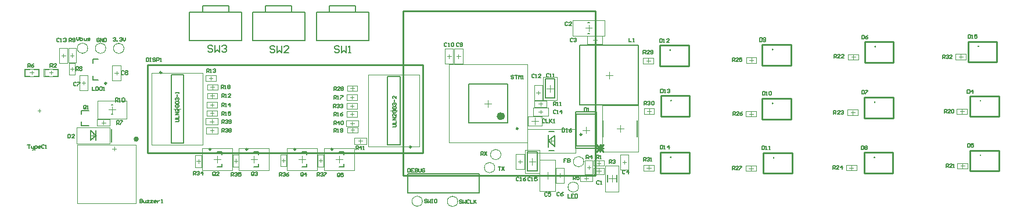
<source format=gto>
G04*
G04 #@! TF.GenerationSoftware,Altium Limited,CircuitMaker,2.2.1 (2.2.1.6)*
G04*
G04 Layer_Color=15132400*
%FSLAX24Y24*%
%MOIN*%
G70*
G04*
G04 #@! TF.SameCoordinates,07040E79-6860-4804-BF28-05383503267E*
G04*
G04*
G04 #@! TF.FilePolarity,Positive*
G04*
G01*
G75*
%ADD10C,0.0098*%
%ADD11C,0.0039*%
%ADD12C,0.0236*%
%ADD13C,0.0100*%
%ADD14C,0.0079*%
%ADD15C,0.0059*%
%ADD16C,0.0080*%
%ADD17C,0.0050*%
%ADD18C,0.0020*%
D10*
X34309Y3854D02*
G03*
X34309Y3854I-49J0D01*
G01*
X13957Y3637D02*
G03*
X13957Y3637I-49J0D01*
G01*
X29472Y4835D02*
G03*
X29472Y4835I-49J0D01*
G01*
X18844Y3634D02*
G03*
X18844Y3634I-49J0D01*
G01*
X16719Y3631D02*
G03*
X16719Y3631I-49J0D01*
G01*
X11854Y3633D02*
G03*
X11854Y3633I-49J0D01*
G01*
X23345Y3773D02*
G03*
X23345Y3773I-49J0D01*
G01*
X9026Y8057D02*
G03*
X9026Y8057I-49J0D01*
G01*
X33135Y4495D02*
G03*
X33135Y4495I-49J0D01*
G01*
X5864Y7437D02*
G03*
X5864Y7437I-49J0D01*
G01*
D11*
X26021Y640D02*
G03*
X26021Y640I-301J0D01*
G01*
X33257Y2925D02*
G03*
X33257Y2925I-301J0D01*
G01*
X5824Y9449D02*
G03*
X5824Y9449I-301J0D01*
G01*
X30820Y5458D02*
G03*
X30820Y5458I-20J0D01*
G01*
X6865Y9444D02*
G03*
X6865Y9444I-301J0D01*
G01*
X4786Y9454D02*
G03*
X4786Y9454I-301J0D01*
G01*
X28150Y2582D02*
G03*
X28150Y2582I-301J0D01*
G01*
X28500Y3332D02*
G03*
X28500Y3332I-301J0D01*
G01*
X32947Y1465D02*
G03*
X32947Y1465I-301J0D01*
G01*
X23994Y649D02*
G03*
X23994Y649I-301J0D01*
G01*
X1199Y7878D02*
Y8232D01*
X1455D01*
X1199Y7878D02*
X1455D01*
X1947D02*
Y8232D01*
X1691D02*
X1947D01*
X1691Y7878D02*
X1947D01*
X3050D02*
Y8232D01*
X2794Y7878D02*
X3050D01*
X2794Y8232D02*
X3050D01*
X2302Y7878D02*
Y8232D01*
Y7878D02*
X2558D01*
X2302Y8232D02*
X2558D01*
X4197Y1526D02*
Y2904D01*
X5181Y542D02*
X6559D01*
X7544Y1526D02*
Y2904D01*
X5181Y3888D02*
X6559D01*
X6304Y3553D02*
Y3790D01*
X6185Y3672D02*
X6422D01*
X4197Y3888D02*
X7544D01*
Y542D02*
Y3888D01*
X4197Y542D02*
X7544D01*
X4197D02*
Y3888D01*
X26015Y640D02*
G03*
X26015Y640I-295J0D01*
G01*
X33251Y2925D02*
G03*
X33251Y2925I-295J0D01*
G01*
X5818Y9449D02*
G03*
X5818Y9449I-295J0D01*
G01*
X6859Y9444D02*
G03*
X6859Y9444I-295J0D01*
G01*
X4780Y9454D02*
G03*
X4780Y9454I-295J0D01*
G01*
X28144Y2582D02*
G03*
X28144Y2582I-295J0D01*
G01*
X28494Y3332D02*
G03*
X28494Y3332I-295J0D01*
G01*
X32941Y1465D02*
G03*
X32941Y1465I-295J0D01*
G01*
X23988Y649D02*
G03*
X23988Y649I-295J0D01*
G01*
X4542Y7346D02*
Y7563D01*
X4434Y7455D02*
X4651D01*
X35147Y4818D02*
X35541D01*
X35344Y4621D02*
Y5015D01*
X19835Y6135D02*
X20051D01*
X19943Y6027D02*
Y6243D01*
X5983Y5913D02*
X6377D01*
X6180Y5717D02*
Y6110D01*
X14134Y3066D02*
X14528D01*
X14331Y2869D02*
Y3263D01*
X23154Y1127D02*
X27249D01*
Y2229D01*
X23154D02*
X27249D01*
X23154Y1127D02*
Y2229D01*
X27562Y6272D02*
X27956D01*
X27759Y6075D02*
Y6469D01*
X1573Y7947D02*
Y8163D01*
X1465Y8055D02*
X1681D01*
X2676Y7947D02*
Y8163D01*
X2567Y8055D02*
X2784D01*
X19965Y5027D02*
Y5243D01*
X19857Y5135D02*
X20074D01*
X20426Y4012D02*
Y4228D01*
X20317Y4120D02*
X20534D01*
X18047Y2987D02*
X18264D01*
X18155Y2879D02*
Y3095D01*
X15908Y3001D02*
X16125D01*
X16017Y2893D02*
Y3109D01*
X13173Y2978D02*
X13390D01*
X13281Y2870D02*
Y3087D01*
X11029Y2946D02*
X11246D01*
X11138Y2838D02*
Y3054D01*
X19218Y2866D02*
Y3260D01*
X19021Y3063D02*
X19414D01*
X17093Y2863D02*
Y3257D01*
X16897Y3060D02*
X17290D01*
X12228Y2865D02*
Y3259D01*
X12032Y3062D02*
X12425D01*
X11904Y5137D02*
Y5353D01*
X11796Y5245D02*
X12012D01*
X11909Y4612D02*
Y4829D01*
X11801Y4720D02*
X12017D01*
X22351Y5661D02*
Y6055D01*
X22154Y5858D02*
X22548D01*
X20874Y7925D02*
X23827D01*
X20874Y3791D02*
X23827D01*
X20874D02*
Y7925D01*
X23827Y3791D02*
Y7925D01*
X9922Y5775D02*
Y6169D01*
X9725Y5972D02*
X10119D01*
X8445Y3905D02*
X11398D01*
X8445Y8039D02*
X11398D01*
Y3905D02*
Y8039D01*
X8445Y3905D02*
Y8039D01*
X29492Y2925D02*
X29709D01*
X29600Y2816D02*
Y3033D01*
X30300Y2738D02*
Y3131D01*
X30104Y2935D02*
X30497D01*
X31876Y2037D02*
Y2253D01*
X31767Y2145D02*
X31984D01*
X30979Y2125D02*
X31373D01*
X31176Y1928D02*
Y2322D01*
X33278Y1975D02*
X33514D01*
X33396Y1857D02*
Y2093D01*
X33988Y2385D02*
X34244D01*
X34116Y2257D02*
Y2513D01*
X36983Y2452D02*
Y2688D01*
X36865Y2570D02*
X37101D01*
X33546Y2487D02*
Y2703D01*
X33437Y2595D02*
X33654D01*
X34007Y2845D02*
X34224D01*
X34116Y2737D02*
Y2953D01*
X34870Y1754D02*
Y2148D01*
X34673Y1951D02*
X35067D01*
X35576Y2786D02*
Y3002D01*
X35467Y2894D02*
X35684D01*
X33189Y4745D02*
X33583D01*
X33386Y4548D02*
Y4942D01*
X33536Y10418D02*
Y10812D01*
X33339Y10615D02*
X33733D01*
X37001Y5712D02*
Y5948D01*
X36883Y5830D02*
X37119D01*
X36956Y8617D02*
Y8853D01*
X36838Y8735D02*
X37074D01*
X42871Y8652D02*
Y8888D01*
X42753Y8770D02*
X42989D01*
X42849Y2426D02*
Y2662D01*
X42731Y2544D02*
X42967D01*
X42735Y5675D02*
X42972D01*
X42853Y5557D02*
Y5793D01*
X48690Y5642D02*
Y5878D01*
X48572Y5760D02*
X48809D01*
X48728Y8837D02*
Y9073D01*
X48610Y8955D02*
X48846D01*
X48606Y2457D02*
Y2693D01*
X48488Y2575D02*
X48724D01*
X54878Y2685D02*
X55114D01*
X54996Y2567D02*
Y2803D01*
X54835Y5815D02*
X55072D01*
X54953Y5697D02*
Y5933D01*
X54893Y8847D02*
Y9083D01*
X54775Y8965D02*
X55012D01*
X33791Y9923D02*
X34007D01*
X33899Y9815D02*
Y10032D01*
X34509Y7905D02*
X34903D01*
X34706Y7708D02*
Y8102D01*
X26066Y8877D02*
Y9093D01*
X25957Y8985D02*
X26174D01*
X11823Y6713D02*
X12040D01*
X11932Y6605D02*
Y6822D01*
X11832Y7213D02*
X12049D01*
X11940Y7105D02*
Y7322D01*
X11810Y5715D02*
X12026D01*
X11918Y5607D02*
Y5823D01*
X11812Y6203D02*
X12029D01*
X11921Y6094D02*
Y6311D01*
X11748Y7734D02*
X11964D01*
X11856Y7625D02*
Y7842D01*
X30259Y5252D02*
X30653D01*
X30456Y5055D02*
Y5448D01*
X19847Y6625D02*
X20063D01*
X19955Y6517D02*
Y6733D01*
X19845Y5665D02*
X20062D01*
X19953Y5557D02*
Y5773D01*
X5570Y5175D02*
X5806D01*
X5688Y5057D02*
Y5293D01*
X3886Y8930D02*
Y9146D01*
X3777Y9038D02*
X3994D01*
X30769Y6144D02*
Y6361D01*
X30661Y6252D02*
X30877D01*
X3778Y8265D02*
X3994D01*
X3886Y8157D02*
Y8373D01*
X19859Y7149D02*
X20076D01*
X19968Y7040D02*
Y7257D01*
X30531Y6902D02*
X30747D01*
X30639Y6794D02*
Y7011D01*
X6326Y8027D02*
X6542D01*
X6434Y7918D02*
Y8135D01*
X3396Y8927D02*
Y9143D01*
X3287Y9035D02*
X3504D01*
X31319Y6941D02*
Y7335D01*
X31122Y7138D02*
X31516D01*
X19877Y4750D02*
X20094D01*
X19985Y4642D02*
Y4858D01*
X25417Y8986D02*
X25634D01*
X25526Y8878D02*
Y9094D01*
X30768Y5694D02*
Y5911D01*
X30660Y5802D02*
X30876D01*
X5100Y4228D02*
Y4622D01*
X4904Y4425D02*
X5297D01*
D12*
X28606Y5544D02*
G03*
X28606Y5544I-118J0D01*
G01*
D13*
X38243Y3180D02*
G03*
X38243Y3180I-4J0D01*
G01*
X38213Y9350D02*
G03*
X38213Y9350I-4J0D01*
G01*
X44155Y3155D02*
G03*
X44155Y3155I-4J0D01*
G01*
X44093Y6280D02*
G03*
X44093Y6280I-4J0D01*
G01*
Y9380D02*
G03*
X44093Y9380I-4J0D01*
G01*
X38263Y6440D02*
G03*
X38263Y6440I-4J0D01*
G01*
X55903Y9560D02*
G03*
X55903Y9560I-4J0D01*
G01*
X49935Y3175D02*
G03*
X49935Y3175I-4J0D01*
G01*
X56023Y3290D02*
G03*
X56023Y3290I-4J0D01*
G01*
X49953Y6340D02*
G03*
X49953Y6340I-4J0D01*
G01*
X49973Y9540D02*
G03*
X49973Y9540I-4J0D01*
G01*
X56023Y6430D02*
G03*
X56023Y6430I-4J0D01*
G01*
X7662Y4223D02*
G03*
X7662Y4223I-98J0D01*
G01*
X7603D02*
G03*
X7603Y4223I-39J0D01*
G01*
X8202Y3445D02*
X24029D01*
X8202D02*
Y8485D01*
X24029D01*
Y3445D02*
Y8485D01*
X37649Y2274D02*
Y3455D01*
Y2274D02*
X39303D01*
Y3455D01*
X37649D02*
X39303D01*
X37619Y8444D02*
Y9625D01*
Y8444D02*
X39273D01*
Y9625D01*
X37619D02*
X39273D01*
X43560Y2249D02*
Y3430D01*
Y2249D02*
X45214D01*
Y3430D01*
X43560D02*
X45214D01*
X43499Y6555D02*
X45153D01*
Y5374D02*
Y6555D01*
X43499Y5374D02*
X45153D01*
X43499D02*
Y6555D01*
Y8474D02*
Y9655D01*
Y8474D02*
X45153D01*
Y9655D01*
X43499D02*
X45153D01*
X37669Y6715D02*
X39323D01*
Y5534D02*
Y6715D01*
X37669Y5534D02*
X39323D01*
X37669D02*
Y6715D01*
X55309Y8654D02*
Y9835D01*
Y8654D02*
X56963D01*
Y9835D01*
X55309D02*
X56963D01*
X49340Y2269D02*
Y3450D01*
Y2269D02*
X50994D01*
Y3450D01*
X49340D02*
X50994D01*
X55429Y2384D02*
Y3565D01*
Y2384D02*
X57083D01*
Y3565D01*
X55429D02*
X57083D01*
X49359Y6615D02*
X51013D01*
Y5434D02*
Y6615D01*
X49359Y5434D02*
X51013D01*
X49359D02*
Y6615D01*
X49379Y8634D02*
Y9815D01*
Y8634D02*
X51033D01*
Y9815D01*
X49379D02*
X51033D01*
X55429Y6705D02*
X57083D01*
Y5524D02*
Y6705D01*
X55429Y5524D02*
X57083D01*
X55429D02*
Y6705D01*
X33971Y3486D02*
X34371Y3886D01*
Y3486D02*
X33971Y3886D01*
X34171Y3486D02*
Y3886D01*
X34371Y3686D02*
X33971D01*
X22887Y11584D02*
X33911D01*
Y2135D02*
Y11584D01*
X22887Y2135D02*
X33911D01*
X22887D02*
Y11584D01*
D14*
X36329Y4346D02*
Y5291D01*
X34360Y4346D02*
Y5291D01*
X6141Y6179D02*
X6219D01*
X6141Y5648D02*
X6219D01*
X14321Y3499D02*
X14596D01*
Y3322D02*
Y3499D01*
X14321Y2633D02*
X14596D01*
Y2810D01*
X23154Y2229D02*
X27249D01*
Y1127D02*
Y2229D01*
X23154Y1127D02*
Y2229D01*
Y1127D02*
X27249D01*
X28881Y5150D02*
Y7394D01*
X26637Y5150D02*
Y7394D01*
Y5150D02*
X28881D01*
X26637Y7394D02*
X28881D01*
X19483Y2630D02*
Y2807D01*
X19208Y2630D02*
X19483D01*
Y3319D02*
Y3496D01*
X19208D02*
X19483D01*
X17359Y2627D02*
Y2804D01*
X17084Y2627D02*
X17359D01*
Y3316D02*
Y3493D01*
X17084D02*
X17359D01*
X12494Y2629D02*
Y2806D01*
X12219Y2629D02*
X12494D01*
Y3318D02*
Y3495D01*
X12219D02*
X12494D01*
X21997Y7827D02*
X22705D01*
X21997Y3890D02*
X22705D01*
X21997D02*
Y7827D01*
X22705Y3890D02*
Y7827D01*
X9567Y4004D02*
X10276D01*
X9567Y7941D02*
X10276D01*
Y4004D02*
Y7941D01*
X9567Y4004D02*
Y7941D01*
X31201Y4113D02*
X31595Y4428D01*
X31201Y4113D02*
X31595Y3798D01*
Y4428D01*
X31201Y3759D02*
Y4467D01*
X31241Y4664D02*
X31556D01*
X31241Y3562D02*
X31556D01*
X30861Y2086D02*
Y2164D01*
X31491Y2086D02*
Y2164D01*
X34604Y1754D02*
Y2148D01*
X35136Y1754D02*
Y2148D01*
X32811Y3839D02*
X32903D01*
X33868D02*
X33961D01*
Y5650D01*
X32811D02*
X32903D01*
X33868D02*
X33961D01*
X32811Y3839D02*
Y5650D01*
X33496Y10930D02*
X33575D01*
X33496Y10300D02*
X33575D01*
X6150Y4075D02*
Y4784D01*
X5258Y4149D02*
Y4740D01*
X4943D02*
X5258Y4425D01*
X4943Y4149D02*
X5258Y4425D01*
X4943Y4149D02*
Y4740D01*
X5087Y7614D02*
X5387D01*
X5087D02*
Y7870D01*
Y8835D02*
X5387D01*
X5087Y8579D02*
Y8835D01*
X32772Y3695D02*
X34000D01*
Y5795D01*
X32772D02*
X34000D01*
X32772Y3695D02*
Y5795D01*
D15*
X30576Y2385D02*
Y3485D01*
X30025Y2385D02*
X30576D01*
X30025D02*
Y3485D01*
X30576D01*
X4425Y5002D02*
X4858D01*
X4425D02*
Y5218D01*
X4425Y5651D02*
Y5868D01*
X4858D01*
X31044Y6588D02*
Y7688D01*
X31595D01*
Y6588D02*
Y7688D01*
X31044Y6588D02*
X31595D01*
X30576Y2385D02*
Y3485D01*
X30025Y2385D02*
X30576D01*
X30025D02*
Y3485D01*
X30576D01*
X31044Y6588D02*
Y7688D01*
X31595D01*
Y6588D02*
Y7688D01*
X31044Y6588D02*
X31595D01*
X32811Y3839D02*
X33961D01*
Y5650D01*
X32811D02*
X33961D01*
X32811Y3839D02*
Y5650D01*
D16*
X11376Y11535D02*
Y11885D01*
X12876D01*
Y11585D02*
Y11885D01*
X10626Y11535D02*
X13626D01*
X10626Y9885D02*
Y11535D01*
Y9885D02*
X13626D01*
Y11535D01*
X14986D02*
Y11885D01*
X16486D01*
Y11585D02*
Y11885D01*
X14236Y11535D02*
X17236D01*
X14236Y9885D02*
Y11535D01*
Y9885D02*
X17236D01*
Y11535D01*
X18666Y11545D02*
Y11895D01*
X20166D01*
Y11595D02*
Y11895D01*
X17916Y11545D02*
X20916D01*
X17916Y9895D02*
Y11545D01*
Y9895D02*
X20916D01*
Y11545D01*
D17*
X18895Y6027D02*
Y6226D01*
X18995D01*
X19028Y6193D01*
Y6127D01*
X18995Y6093D01*
X18895D01*
X18961D02*
X19028Y6027D01*
X19095Y6193D02*
X19128Y6226D01*
X19195D01*
X19228Y6193D01*
Y6160D01*
X19195Y6127D01*
X19161D01*
X19195D01*
X19228Y6093D01*
Y6060D01*
X19195Y6027D01*
X19128D01*
X19095Y6060D01*
X19295Y6193D02*
X19328Y6226D01*
X19395D01*
X19428Y6193D01*
Y6160D01*
X19395Y6127D01*
X19361D01*
X19395D01*
X19428Y6093D01*
Y6060D01*
X19395Y6027D01*
X19328D01*
X19295Y6060D01*
X20184Y3624D02*
Y3830D01*
X20287D01*
X20321Y3796D01*
Y3727D01*
X20287Y3693D01*
X20184D01*
X20252D02*
X20321Y3624D01*
X20493D02*
Y3830D01*
X20390Y3727D01*
X20527D01*
X20596Y3624D02*
X20665D01*
X20630D01*
Y3830D01*
X20596Y3796D01*
X18904Y5051D02*
Y5258D01*
X19007D01*
X19042Y5223D01*
Y5155D01*
X19007Y5120D01*
X18904D01*
X18973D02*
X19042Y5051D01*
X19214D02*
Y5258D01*
X19110Y5155D01*
X19248D01*
X19317Y5223D02*
X19351Y5258D01*
X19420D01*
X19454Y5223D01*
Y5086D01*
X19420Y5051D01*
X19351D01*
X19317Y5086D01*
Y5223D01*
X12467Y5123D02*
Y5329D01*
X12570D01*
X12605Y5295D01*
Y5226D01*
X12570Y5192D01*
X12467D01*
X12536D02*
X12605Y5123D01*
X12673Y5295D02*
X12708Y5329D01*
X12776D01*
X12811Y5295D01*
Y5261D01*
X12776Y5226D01*
X12742D01*
X12776D01*
X12811Y5192D01*
Y5158D01*
X12776Y5123D01*
X12708D01*
X12673Y5158D01*
X12880D02*
X12914Y5123D01*
X12983D01*
X13017Y5158D01*
Y5295D01*
X12983Y5329D01*
X12914D01*
X12880Y5295D01*
Y5261D01*
X12914Y5226D01*
X13017D01*
X12470Y4620D02*
Y4827D01*
X12573D01*
X12608Y4792D01*
Y4723D01*
X12573Y4689D01*
X12470D01*
X12539D02*
X12608Y4620D01*
X12676Y4792D02*
X12711Y4827D01*
X12779D01*
X12814Y4792D01*
Y4758D01*
X12779Y4723D01*
X12745D01*
X12779D01*
X12814Y4689D01*
Y4655D01*
X12779Y4620D01*
X12711D01*
X12676Y4655D01*
X12883Y4792D02*
X12917Y4827D01*
X12986D01*
X13020Y4792D01*
Y4758D01*
X12986Y4723D01*
X13020Y4689D01*
Y4655D01*
X12986Y4620D01*
X12917D01*
X12883Y4655D01*
Y4689D01*
X12917Y4723D01*
X12883Y4758D01*
Y4792D01*
X12917Y4723D02*
X12986D01*
X17937Y2080D02*
Y2286D01*
X18040D01*
X18074Y2252D01*
Y2183D01*
X18040Y2149D01*
X17937D01*
X18005D02*
X18074Y2080D01*
X18143Y2252D02*
X18177Y2286D01*
X18246D01*
X18280Y2252D01*
Y2217D01*
X18246Y2183D01*
X18212D01*
X18246D01*
X18280Y2149D01*
Y2114D01*
X18246Y2080D01*
X18177D01*
X18143Y2114D01*
X18349Y2286D02*
X18487D01*
Y2252D01*
X18349Y2114D01*
Y2080D01*
X15768D02*
Y2286D01*
X15871D01*
X15906Y2252D01*
Y2183D01*
X15871Y2149D01*
X15768D01*
X15837D02*
X15906Y2080D01*
X15975Y2252D02*
X16009Y2286D01*
X16078D01*
X16112Y2252D01*
Y2217D01*
X16078Y2183D01*
X16043D01*
X16078D01*
X16112Y2149D01*
Y2114D01*
X16078Y2080D01*
X16009D01*
X15975Y2114D01*
X16318Y2286D02*
X16250Y2252D01*
X16181Y2183D01*
Y2114D01*
X16215Y2080D01*
X16284D01*
X16318Y2114D01*
Y2149D01*
X16284Y2183D01*
X16181D01*
X13019Y2094D02*
Y2300D01*
X13122D01*
X13157Y2266D01*
Y2197D01*
X13122Y2162D01*
X13019D01*
X13088D02*
X13157Y2094D01*
X13226Y2266D02*
X13260Y2300D01*
X13329D01*
X13363Y2266D01*
Y2231D01*
X13329Y2197D01*
X13294D01*
X13329D01*
X13363Y2162D01*
Y2128D01*
X13329Y2094D01*
X13260D01*
X13226Y2128D01*
X13569Y2300D02*
X13432D01*
Y2197D01*
X13501Y2231D01*
X13535D01*
X13569Y2197D01*
Y2128D01*
X13535Y2094D01*
X13466D01*
X13432Y2128D01*
X10856Y2157D02*
Y2363D01*
X10959D01*
X10993Y2329D01*
Y2260D01*
X10959Y2225D01*
X10856D01*
X10925D02*
X10993Y2157D01*
X11062Y2329D02*
X11097Y2363D01*
X11165D01*
X11200Y2329D01*
Y2294D01*
X11165Y2260D01*
X11131D01*
X11165D01*
X11200Y2225D01*
Y2191D01*
X11165Y2157D01*
X11097D01*
X11062Y2191D01*
X11372Y2157D02*
Y2363D01*
X11268Y2260D01*
X11406D01*
X19250Y2101D02*
Y2238D01*
X19216Y2272D01*
X19147D01*
X19113Y2238D01*
Y2101D01*
X19147Y2066D01*
X19216D01*
X19181Y2135D02*
X19250Y2066D01*
X19216D02*
X19250Y2101D01*
X19456Y2272D02*
X19319D01*
Y2169D01*
X19388Y2204D01*
X19422D01*
X19456Y2169D01*
Y2101D01*
X19422Y2066D01*
X19353D01*
X19319Y2101D01*
X17153Y2140D02*
Y2277D01*
X17118Y2312D01*
X17050D01*
X17015Y2277D01*
Y2140D01*
X17050Y2106D01*
X17118D01*
X17084Y2174D02*
X17153Y2106D01*
X17118D02*
X17153Y2140D01*
X17325Y2106D02*
Y2312D01*
X17221Y2209D01*
X17359D01*
X14316Y2160D02*
Y2297D01*
X14282Y2331D01*
X14213D01*
X14179Y2297D01*
Y2160D01*
X14213Y2125D01*
X14282D01*
X14247Y2194D02*
X14316Y2125D01*
X14282D02*
X14316Y2160D01*
X14385Y2297D02*
X14419Y2331D01*
X14488D01*
X14522Y2297D01*
Y2263D01*
X14488Y2228D01*
X14454D01*
X14488D01*
X14522Y2194D01*
Y2160D01*
X14488Y2125D01*
X14419D01*
X14385Y2160D01*
X12101Y2150D02*
Y2287D01*
X12067Y2322D01*
X11998D01*
X11964Y2287D01*
Y2150D01*
X11998Y2115D01*
X12067D01*
X12033Y2184D02*
X12101Y2115D01*
X12067D02*
X12101Y2150D01*
X12308Y2115D02*
X12170D01*
X12308Y2253D01*
Y2287D01*
X12273Y2322D01*
X12205D01*
X12170Y2287D01*
X8149Y8901D02*
Y8695D01*
X8252D01*
X8287Y8729D01*
Y8867D01*
X8252Y8901D01*
X8149D01*
X8355D02*
X8424D01*
X8390D01*
Y8695D01*
X8355D01*
X8424D01*
X8665Y8867D02*
X8630Y8901D01*
X8562D01*
X8527Y8867D01*
Y8833D01*
X8562Y8798D01*
X8630D01*
X8665Y8764D01*
Y8729D01*
X8630Y8695D01*
X8562D01*
X8527Y8729D01*
X8733Y8695D02*
Y8901D01*
X8837D01*
X8871Y8867D01*
Y8798D01*
X8837Y8764D01*
X8733D01*
X8940Y8695D02*
X9008D01*
X8974D01*
Y8901D01*
X8940Y8867D01*
X23159Y2526D02*
Y2320D01*
X23262D01*
X23297Y2354D01*
Y2492D01*
X23262Y2526D01*
X23159D01*
X23503D02*
X23365D01*
Y2320D01*
X23503D01*
X23365Y2423D02*
X23434D01*
X23571Y2526D02*
Y2320D01*
X23675D01*
X23709Y2354D01*
Y2389D01*
X23675Y2423D01*
X23571D01*
X23675D01*
X23709Y2457D01*
Y2492D01*
X23675Y2526D01*
X23571D01*
X23778D02*
Y2354D01*
X23812Y2320D01*
X23881D01*
X23915Y2354D01*
Y2526D01*
X24121Y2492D02*
X24087Y2526D01*
X24018D01*
X23984Y2492D01*
Y2354D01*
X24018Y2320D01*
X24087D01*
X24121Y2354D01*
Y2423D01*
X24053D01*
X22267Y4920D02*
X22439D01*
X22474Y4955D01*
Y5023D01*
X22439Y5058D01*
X22267D01*
Y5126D02*
X22474D01*
Y5264D01*
Y5333D02*
X22267D01*
X22474Y5470D01*
X22267D01*
X22474Y5676D02*
Y5539D01*
X22336Y5676D01*
X22302D01*
X22267Y5642D01*
Y5573D01*
X22302Y5539D01*
Y5745D02*
X22267Y5779D01*
Y5848D01*
X22302Y5883D01*
X22439D01*
X22474Y5848D01*
Y5779D01*
X22439Y5745D01*
X22302D01*
Y5951D02*
X22267Y5986D01*
Y6054D01*
X22302Y6089D01*
X22439D01*
X22474Y6054D01*
Y5986D01*
X22439Y5951D01*
X22302D01*
Y6158D02*
X22267Y6192D01*
Y6261D01*
X22302Y6295D01*
X22336D01*
X22371Y6261D01*
Y6226D01*
Y6261D01*
X22405Y6295D01*
X22439D01*
X22474Y6261D01*
Y6192D01*
X22439Y6158D01*
X22371Y6364D02*
Y6501D01*
X22474Y6707D02*
Y6570D01*
X22336Y6707D01*
X22302D01*
X22267Y6673D01*
Y6604D01*
X22302Y6570D01*
X9822Y5222D02*
X9993D01*
X10028Y5257D01*
Y5325D01*
X9993Y5360D01*
X9822D01*
Y5428D02*
X10028D01*
Y5566D01*
Y5635D02*
X9822D01*
X10028Y5772D01*
X9822D01*
X10028Y5978D02*
Y5841D01*
X9890Y5978D01*
X9856D01*
X9822Y5944D01*
Y5875D01*
X9856Y5841D01*
Y6047D02*
X9822Y6082D01*
Y6150D01*
X9856Y6185D01*
X9993D01*
X10028Y6150D01*
Y6082D01*
X9993Y6047D01*
X9856D01*
Y6253D02*
X9822Y6288D01*
Y6357D01*
X9856Y6391D01*
X9993D01*
X10028Y6357D01*
Y6288D01*
X9993Y6253D01*
X9856D01*
Y6460D02*
X9822Y6494D01*
Y6563D01*
X9856Y6597D01*
X9890D01*
X9925Y6563D01*
Y6528D01*
Y6563D01*
X9959Y6597D01*
X9993D01*
X10028Y6563D01*
Y6494D01*
X9993Y6460D01*
X9925Y6666D02*
Y6803D01*
X10028Y6872D02*
Y6941D01*
Y6906D01*
X9822D01*
X9856Y6872D01*
X32028Y4846D02*
Y4640D01*
X32131D01*
X32165Y4674D01*
Y4812D01*
X32131Y4846D01*
X32028D01*
X32234Y4640D02*
X32303D01*
X32268D01*
Y4846D01*
X32234Y4812D01*
X32543Y4846D02*
X32474Y4812D01*
X32406Y4743D01*
Y4674D01*
X32440Y4640D01*
X32509D01*
X32543Y4674D01*
Y4709D01*
X32509Y4743D01*
X32406D01*
X29531Y2008D02*
X29497Y2042D01*
X29428D01*
X29394Y2008D01*
Y1870D01*
X29428Y1836D01*
X29497D01*
X29531Y1870D01*
X29600Y1836D02*
X29669D01*
X29634D01*
Y2042D01*
X29600Y2008D01*
X29909Y2042D02*
X29841Y2008D01*
X29772Y1939D01*
Y1870D01*
X29806Y1836D01*
X29875D01*
X29909Y1870D01*
Y1905D01*
X29875Y1939D01*
X29772D01*
X30189Y2008D02*
X30154Y2042D01*
X30086D01*
X30051Y2008D01*
Y1870D01*
X30086Y1836D01*
X30154D01*
X30189Y1870D01*
X30257Y1836D02*
X30326D01*
X30292D01*
Y2042D01*
X30257Y2008D01*
X30567Y2042D02*
X30429D01*
Y1939D01*
X30498Y1973D01*
X30532D01*
X30567Y1939D01*
Y1870D01*
X30532Y1836D01*
X30464D01*
X30429Y1870D01*
X5445Y10008D02*
X5411Y10042D01*
X5342D01*
X5308Y10008D01*
Y9870D01*
X5342Y9836D01*
X5411D01*
X5445Y9870D01*
Y9939D01*
X5376D01*
X5514Y9836D02*
Y10042D01*
X5651Y9836D01*
Y10042D01*
X5720D02*
Y9836D01*
X5823D01*
X5858Y9870D01*
Y10008D01*
X5823Y10042D01*
X5720D01*
X55301Y10226D02*
Y10020D01*
X55404D01*
X55438Y10054D01*
Y10192D01*
X55404Y10226D01*
X55301D01*
X55507Y10020D02*
X55576D01*
X55541D01*
Y10226D01*
X55507Y10192D01*
X55816Y10226D02*
X55679D01*
Y10123D01*
X55748Y10157D01*
X55782D01*
X55816Y10123D01*
Y10054D01*
X55782Y10020D01*
X55713D01*
X55679Y10054D01*
X31023Y5345D02*
X30988Y5380D01*
X30919D01*
X30885Y5345D01*
Y5208D01*
X30919Y5173D01*
X30988D01*
X31023Y5208D01*
X31091Y5380D02*
Y5173D01*
X31229D01*
X31298Y5380D02*
Y5173D01*
Y5242D01*
X31435Y5380D01*
X31332Y5276D01*
X31435Y5173D01*
X31504D02*
X31573D01*
X31538D01*
Y5380D01*
X31504Y5345D01*
X31653Y5872D02*
X31619Y5906D01*
X31550D01*
X31516Y5872D01*
Y5734D01*
X31550Y5700D01*
X31619D01*
X31653Y5734D01*
X31722Y5700D02*
X31791D01*
X31756D01*
Y5906D01*
X31722Y5872D01*
X31997Y5700D02*
Y5906D01*
X31894Y5803D01*
X32031D01*
X34708Y2828D02*
Y3034D01*
X34811D01*
X34846Y3000D01*
Y2931D01*
X34811Y2896D01*
X34708D01*
X34777D02*
X34846Y2828D01*
X34914Y3000D02*
X34949Y3034D01*
X35018D01*
X35052Y3000D01*
Y2965D01*
X35018Y2931D01*
X34983D01*
X35018D01*
X35052Y2896D01*
Y2862D01*
X35018Y2828D01*
X34949D01*
X34914Y2862D01*
X33971Y3102D02*
Y3308D01*
X34075D01*
X34109Y3274D01*
Y3205D01*
X34075Y3171D01*
X33971D01*
X34040D02*
X34109Y3102D01*
X34178D02*
X34246D01*
X34212D01*
Y3308D01*
X34178Y3274D01*
X53856Y8865D02*
Y9065D01*
X53956D01*
X53989Y9032D01*
Y8965D01*
X53956Y8932D01*
X53856D01*
X53923D02*
X53989Y8865D01*
X54056Y9032D02*
X54089Y9065D01*
X54156D01*
X54189Y9032D01*
Y8998D01*
X54156Y8965D01*
X54123D01*
X54156D01*
X54189Y8932D01*
Y8898D01*
X54156Y8865D01*
X54089D01*
X54056Y8898D01*
X54389Y8865D02*
X54256D01*
X54389Y8998D01*
Y9032D01*
X54356Y9065D01*
X54289D01*
X54256Y9032D01*
X36684Y2947D02*
Y3153D01*
X36787D01*
X36821Y3119D01*
Y3050D01*
X36787Y3016D01*
X36684D01*
X36752D02*
X36821Y2947D01*
X36890Y3119D02*
X36924Y3153D01*
X36993D01*
X37027Y3119D01*
Y3085D01*
X36993Y3050D01*
X36959D01*
X36993D01*
X37027Y3016D01*
Y2981D01*
X36993Y2947D01*
X36924D01*
X36890Y2981D01*
X37096Y2947D02*
X37165D01*
X37130D01*
Y3153D01*
X37096Y3119D01*
X36722Y6186D02*
Y6392D01*
X36825D01*
X36860Y6358D01*
Y6289D01*
X36825Y6255D01*
X36722D01*
X36791D02*
X36860Y6186D01*
X36928Y6358D02*
X36963Y6392D01*
X37031D01*
X37066Y6358D01*
Y6324D01*
X37031Y6289D01*
X36997D01*
X37031D01*
X37066Y6255D01*
Y6221D01*
X37031Y6186D01*
X36963D01*
X36928Y6221D01*
X37135Y6358D02*
X37169Y6392D01*
X37238D01*
X37272Y6358D01*
Y6221D01*
X37238Y6186D01*
X37169D01*
X37135Y6221D01*
Y6358D01*
X36666Y9130D02*
Y9336D01*
X36769D01*
X36803Y9302D01*
Y9233D01*
X36769Y9199D01*
X36666D01*
X36735D02*
X36803Y9130D01*
X37010D02*
X36872D01*
X37010Y9268D01*
Y9302D01*
X36975Y9336D01*
X36907D01*
X36872Y9302D01*
X37078Y9165D02*
X37113Y9130D01*
X37182D01*
X37216Y9165D01*
Y9302D01*
X37182Y9336D01*
X37113D01*
X37078Y9302D01*
Y9268D01*
X37113Y9233D01*
X37216D01*
X18906Y7032D02*
Y7238D01*
X19009D01*
X19044Y7204D01*
Y7135D01*
X19009Y7100D01*
X18906D01*
X18975D02*
X19044Y7032D01*
X19250D02*
X19112D01*
X19250Y7169D01*
Y7204D01*
X19215Y7238D01*
X19147D01*
X19112Y7204D01*
X19319D02*
X19353Y7238D01*
X19422D01*
X19456Y7204D01*
Y7169D01*
X19422Y7135D01*
X19456Y7100D01*
Y7066D01*
X19422Y7032D01*
X19353D01*
X19319Y7066D01*
Y7100D01*
X19353Y7135D01*
X19319Y7169D01*
Y7204D01*
X19353Y7135D02*
X19422D01*
X41782Y2463D02*
Y2669D01*
X41885D01*
X41920Y2635D01*
Y2566D01*
X41885Y2532D01*
X41782D01*
X41851D02*
X41920Y2463D01*
X42126D02*
X41988D01*
X42126Y2600D01*
Y2635D01*
X42091Y2669D01*
X42023D01*
X41988Y2635D01*
X42195Y2669D02*
X42332D01*
Y2635D01*
X42195Y2497D01*
Y2463D01*
X41805Y5585D02*
Y5791D01*
X41908D01*
X41942Y5757D01*
Y5688D01*
X41908Y5654D01*
X41805D01*
X41873D02*
X41942Y5585D01*
X42148D02*
X42011D01*
X42148Y5722D01*
Y5757D01*
X42114Y5791D01*
X42045D01*
X42011Y5757D01*
X42355Y5791D02*
X42286Y5757D01*
X42217Y5688D01*
Y5619D01*
X42252Y5585D01*
X42320D01*
X42355Y5619D01*
Y5654D01*
X42320Y5688D01*
X42217D01*
X41774Y8686D02*
Y8892D01*
X41877D01*
X41912Y8858D01*
Y8789D01*
X41877Y8755D01*
X41774D01*
X41843D02*
X41912Y8686D01*
X42118D02*
X41980D01*
X42118Y8824D01*
Y8858D01*
X42084Y8892D01*
X42015D01*
X41980Y8858D01*
X42324Y8892D02*
X42187D01*
Y8789D01*
X42255Y8824D01*
X42290D01*
X42324Y8789D01*
Y8721D01*
X42290Y8686D01*
X42221D01*
X42187Y8721D01*
X47556Y2499D02*
Y2705D01*
X47659D01*
X47693Y2671D01*
Y2602D01*
X47659Y2568D01*
X47556D01*
X47624D02*
X47693Y2499D01*
X47899D02*
X47762D01*
X47899Y2637D01*
Y2671D01*
X47865Y2705D01*
X47796D01*
X47762Y2671D01*
X48071Y2499D02*
Y2705D01*
X47968Y2602D01*
X48106D01*
X47595Y5653D02*
Y5859D01*
X47698D01*
X47733Y5825D01*
Y5756D01*
X47698Y5722D01*
X47595D01*
X47664D02*
X47733Y5653D01*
X47939D02*
X47801D01*
X47939Y5790D01*
Y5825D01*
X47904Y5859D01*
X47836D01*
X47801Y5825D01*
X48008D02*
X48042Y5859D01*
X48111D01*
X48145Y5825D01*
Y5790D01*
X48111Y5756D01*
X48076D01*
X48111D01*
X48145Y5722D01*
Y5687D01*
X48111Y5653D01*
X48042D01*
X48008Y5687D01*
X47621Y8886D02*
Y9092D01*
X47724D01*
X47758Y9058D01*
Y8989D01*
X47724Y8955D01*
X47621D01*
X47689D02*
X47758Y8886D01*
X47964D02*
X47827D01*
X47964Y9024D01*
Y9058D01*
X47930Y9092D01*
X47861D01*
X47827Y9058D01*
X48171Y8886D02*
X48033D01*
X48171Y9024D01*
Y9058D01*
X48136Y9092D01*
X48068D01*
X48033Y9058D01*
X54049Y2600D02*
Y2806D01*
X54152D01*
X54186Y2772D01*
Y2703D01*
X54152Y2668D01*
X54049D01*
X54118D02*
X54186Y2600D01*
X54392D02*
X54255D01*
X54392Y2737D01*
Y2772D01*
X54358Y2806D01*
X54289D01*
X54255Y2772D01*
X54461Y2600D02*
X54530D01*
X54496D01*
Y2806D01*
X54461Y2772D01*
X53947Y5728D02*
Y5934D01*
X54051D01*
X54085Y5899D01*
Y5831D01*
X54051Y5796D01*
X53947D01*
X54016D02*
X54085Y5728D01*
X54291D02*
X54154D01*
X54291Y5865D01*
Y5899D01*
X54257Y5934D01*
X54188D01*
X54154Y5899D01*
X54360D02*
X54394Y5934D01*
X54463D01*
X54497Y5899D01*
Y5762D01*
X54463Y5728D01*
X54394D01*
X54360Y5762D01*
Y5899D01*
X5054Y7219D02*
Y7013D01*
X5191D01*
X5260Y7219D02*
Y7013D01*
X5363D01*
X5398Y7047D01*
Y7185D01*
X5363Y7219D01*
X5260D01*
X5569D02*
X5501D01*
X5466Y7185D01*
Y7047D01*
X5501Y7013D01*
X5569D01*
X5604Y7047D01*
Y7185D01*
X5569Y7219D01*
X5673Y7013D02*
X5741D01*
X5707D01*
Y7219D01*
X5673Y7185D01*
X3157Y10006D02*
X3123Y10040D01*
X3054D01*
X3020Y10006D01*
Y9868D01*
X3054Y9834D01*
X3123D01*
X3157Y9868D01*
X3226Y9834D02*
X3295D01*
X3260D01*
Y10040D01*
X3226Y10006D01*
X3398D02*
X3432Y10040D01*
X3501D01*
X3535Y10006D01*
Y9971D01*
X3501Y9937D01*
X3467D01*
X3501D01*
X3535Y9903D01*
Y9868D01*
X3501Y9834D01*
X3432D01*
X3398Y9868D01*
X1333Y3886D02*
X1471D01*
X1402D01*
Y3680D01*
X1540Y3818D02*
Y3714D01*
X1574Y3680D01*
X1677D01*
Y3646D01*
X1643Y3611D01*
X1608D01*
X1677Y3680D02*
Y3818D01*
X1746Y3611D02*
Y3818D01*
X1849D01*
X1883Y3783D01*
Y3714D01*
X1849Y3680D01*
X1746D01*
X2055D02*
X1986D01*
X1952Y3714D01*
Y3783D01*
X1986Y3818D01*
X2055D01*
X2090Y3783D01*
Y3749D01*
X1952D01*
X2296Y3852D02*
X2261Y3886D01*
X2193D01*
X2158Y3852D01*
Y3714D01*
X2193Y3680D01*
X2261D01*
X2296Y3714D01*
X2365Y3680D02*
X2433D01*
X2399D01*
Y3886D01*
X2365Y3852D01*
X29230Y7854D02*
X29195Y7888D01*
X29126D01*
X29092Y7854D01*
Y7819D01*
X29126Y7785D01*
X29195D01*
X29230Y7751D01*
Y7716D01*
X29195Y7682D01*
X29126D01*
X29092Y7716D01*
X29298Y7888D02*
X29436D01*
X29367D01*
Y7682D01*
X29504D02*
Y7888D01*
X29573Y7819D01*
X29642Y7888D01*
Y7682D01*
X29711D02*
X29779D01*
X29745D01*
Y7888D01*
X29711Y7854D01*
X30421Y7921D02*
X30387Y7955D01*
X30318D01*
X30284Y7921D01*
Y7784D01*
X30318Y7749D01*
X30387D01*
X30421Y7784D01*
X30490Y7749D02*
X30559D01*
X30524D01*
Y7955D01*
X30490Y7921D01*
X30799Y7749D02*
X30662D01*
X30799Y7887D01*
Y7921D01*
X30765Y7955D01*
X30696D01*
X30662Y7921D01*
X31252Y7956D02*
X31217Y7990D01*
X31149D01*
X31114Y7956D01*
Y7818D01*
X31149Y7784D01*
X31217D01*
X31252Y7818D01*
X31320Y7784D02*
X31389D01*
X31355D01*
Y7990D01*
X31320Y7956D01*
X31492Y7784D02*
X31561D01*
X31527D01*
Y7990D01*
X31492Y7956D01*
X25399Y9726D02*
X25365Y9761D01*
X25296D01*
X25262Y9726D01*
Y9589D01*
X25296Y9554D01*
X25365D01*
X25399Y9589D01*
X25468Y9554D02*
X25537D01*
X25503D01*
Y9761D01*
X25468Y9726D01*
X25640D02*
X25674Y9761D01*
X25743D01*
X25777Y9726D01*
Y9589D01*
X25743Y9554D01*
X25674D01*
X25640Y9589D01*
Y9726D01*
X26081Y9744D02*
X26047Y9778D01*
X25978D01*
X25944Y9744D01*
Y9606D01*
X25978Y9572D01*
X26047D01*
X26081Y9606D01*
X26150D02*
X26184Y9572D01*
X26253D01*
X26288Y9606D01*
Y9744D01*
X26253Y9778D01*
X26184D01*
X26150Y9744D01*
Y9709D01*
X26184Y9675D01*
X26288D01*
X6864Y8115D02*
X6830Y8149D01*
X6761D01*
X6727Y8115D01*
Y7978D01*
X6761Y7943D01*
X6830D01*
X6864Y7978D01*
X6933Y8115D02*
X6967Y8149D01*
X7036D01*
X7070Y8115D01*
Y8081D01*
X7036Y8046D01*
X7070Y8012D01*
Y7978D01*
X7036Y7943D01*
X6967D01*
X6933Y7978D01*
Y8012D01*
X6967Y8046D01*
X6933Y8081D01*
Y8115D01*
X6967Y8046D02*
X7036D01*
X7769Y767D02*
Y561D01*
X7872D01*
X7906Y595D01*
Y630D01*
X7872Y664D01*
X7769D01*
X7872D01*
X7906Y699D01*
Y733D01*
X7872Y767D01*
X7769D01*
X7975Y699D02*
Y595D01*
X8009Y561D01*
X8112D01*
Y699D01*
X8181D02*
X8319D01*
X8181Y561D01*
X8319D01*
X8387Y699D02*
X8525D01*
X8387Y561D01*
X8525D01*
X8697D02*
X8628D01*
X8594Y595D01*
Y664D01*
X8628Y699D01*
X8697D01*
X8731Y664D01*
Y630D01*
X8594D01*
X8800Y699D02*
Y561D01*
Y630D01*
X8834Y664D01*
X8869Y699D01*
X8903D01*
X9006Y561D02*
X9075D01*
X9040D01*
Y767D01*
X9006Y733D01*
X35861Y10033D02*
Y9827D01*
X35998D01*
X36067D02*
X36136D01*
X36101D01*
Y10033D01*
X36067Y9999D01*
X37657Y3858D02*
Y3652D01*
X37760D01*
X37795Y3686D01*
Y3824D01*
X37760Y3858D01*
X37657D01*
X37863Y3652D02*
X37932D01*
X37898D01*
Y3858D01*
X37863Y3824D01*
X38138Y3652D02*
Y3858D01*
X38035Y3755D01*
X38173D01*
X15520Y9517D02*
X15454Y9582D01*
X15323D01*
X15257Y9517D01*
Y9451D01*
X15323Y9386D01*
X15454D01*
X15520Y9320D01*
Y9254D01*
X15454Y9189D01*
X15323D01*
X15257Y9254D01*
X15651Y9582D02*
Y9189D01*
X15782Y9320D01*
X15913Y9189D01*
Y9582D01*
X16307Y9189D02*
X16044D01*
X16307Y9451D01*
Y9517D01*
X16241Y9582D01*
X16110D01*
X16044Y9517D01*
X19229D02*
X19163Y9582D01*
X19032D01*
X18966Y9517D01*
Y9451D01*
X19032Y9386D01*
X19163D01*
X19229Y9320D01*
Y9254D01*
X19163Y9189D01*
X19032D01*
X18966Y9254D01*
X19360Y9582D02*
Y9189D01*
X19491Y9320D01*
X19622Y9189D01*
Y9582D01*
X19754Y9189D02*
X19885D01*
X19819D01*
Y9582D01*
X19754Y9517D01*
X32611Y9989D02*
X32577Y10023D01*
X32508D01*
X32474Y9989D01*
Y9852D01*
X32508Y9817D01*
X32577D01*
X32611Y9852D01*
X32680Y9989D02*
X32714Y10023D01*
X32783D01*
X32818Y9989D01*
Y9955D01*
X32783Y9920D01*
X32749D01*
X32783D01*
X32818Y9886D01*
Y9852D01*
X32783Y9817D01*
X32714D01*
X32680Y9852D01*
X6243Y10033D02*
X6277Y10067D01*
X6346D01*
X6381Y10033D01*
Y9998D01*
X6346Y9964D01*
X6312D01*
X6346D01*
X6381Y9930D01*
Y9895D01*
X6346Y9861D01*
X6277D01*
X6243Y9895D01*
X6449Y9861D02*
Y9895D01*
X6484D01*
Y9861D01*
X6449D01*
X6621Y10033D02*
X6656Y10067D01*
X6724D01*
X6759Y10033D01*
Y9998D01*
X6724Y9964D01*
X6690D01*
X6724D01*
X6759Y9930D01*
Y9895D01*
X6724Y9861D01*
X6656D01*
X6621Y9895D01*
X6827Y10067D02*
Y9930D01*
X6896Y9861D01*
X6965Y9930D01*
Y10067D01*
X4156Y10097D02*
Y9959D01*
X4225Y9891D01*
X4294Y9959D01*
Y10097D01*
X4362D02*
Y9891D01*
X4466D01*
X4500Y9925D01*
Y9959D01*
Y9994D01*
X4466Y10028D01*
X4362D01*
X4569D02*
Y9925D01*
X4603Y9891D01*
X4706D01*
Y10028D01*
X4775Y9891D02*
X4878D01*
X4912Y9925D01*
X4878Y9959D01*
X4809D01*
X4775Y9994D01*
X4809Y10028D01*
X4912D01*
X32348Y1050D02*
Y844D01*
X32486D01*
X32692Y1050D02*
X32554D01*
Y844D01*
X32692D01*
X32554Y947D02*
X32623D01*
X32761Y1050D02*
Y844D01*
X32864D01*
X32898Y878D01*
Y1016D01*
X32864Y1050D01*
X32761D01*
X32261Y3098D02*
X32124D01*
Y2995D01*
X32193D01*
X32124D01*
Y2892D01*
X32330Y3098D02*
Y2892D01*
X32433D01*
X32468Y2926D01*
Y2961D01*
X32433Y2995D01*
X32330D01*
X32433D01*
X32468Y3029D01*
Y3064D01*
X32433Y3098D01*
X32330D01*
X24247Y720D02*
X24213Y755D01*
X24144D01*
X24110Y720D01*
Y686D01*
X24144Y652D01*
X24213D01*
X24247Y617D01*
Y583D01*
X24213Y548D01*
X24144D01*
X24110Y583D01*
X24316Y755D02*
Y548D01*
X24385Y617D01*
X24453Y548D01*
Y755D01*
X24522D02*
X24591D01*
X24556D01*
Y548D01*
X24522D01*
X24591D01*
X24797Y755D02*
X24728D01*
X24694Y720D01*
Y583D01*
X24728Y548D01*
X24797D01*
X24831Y583D01*
Y720D01*
X24797Y755D01*
X26263Y709D02*
X26228Y744D01*
X26159D01*
X26125Y709D01*
Y675D01*
X26159Y641D01*
X26228D01*
X26263Y606D01*
Y572D01*
X26228Y538D01*
X26159D01*
X26125Y572D01*
X26331Y744D02*
Y538D01*
X26400Y606D01*
X26469Y538D01*
Y744D01*
X26675Y709D02*
X26641Y744D01*
X26572D01*
X26538Y709D01*
Y572D01*
X26572Y538D01*
X26641D01*
X26675Y572D01*
X26744Y744D02*
Y538D01*
X26881D01*
X26950Y744D02*
Y538D01*
Y606D01*
X27088Y744D01*
X26984Y641D01*
X27088Y538D01*
X27346Y3279D02*
Y3485D01*
X27449D01*
X27483Y3451D01*
Y3382D01*
X27449Y3348D01*
X27346D01*
X27415D02*
X27483Y3279D01*
X27552Y3485D02*
X27690Y3279D01*
Y3485D02*
X27552Y3279D01*
X28336Y2624D02*
X28473D01*
X28405D01*
Y2418D01*
X28542Y2624D02*
X28680Y2418D01*
Y2624D02*
X28542Y2418D01*
X18919Y6534D02*
Y6740D01*
X19022D01*
X19057Y6706D01*
Y6637D01*
X19022Y6602D01*
X18919D01*
X18988D02*
X19057Y6534D01*
X19126D02*
X19194D01*
X19160D01*
Y6740D01*
X19126Y6706D01*
X19297Y6740D02*
X19435D01*
Y6706D01*
X19297Y6568D01*
Y6534D01*
X18901Y5571D02*
Y5777D01*
X19004D01*
X19038Y5743D01*
Y5674D01*
X19004Y5640D01*
X18901D01*
X18969D02*
X19038Y5571D01*
X19107D02*
X19176D01*
X19141D01*
Y5777D01*
X19107Y5743D01*
X19416Y5777D02*
X19348Y5743D01*
X19279Y5674D01*
Y5605D01*
X19313Y5571D01*
X19382D01*
X19416Y5605D01*
Y5640D01*
X19382Y5674D01*
X19279D01*
X12467Y5607D02*
Y5807D01*
X12567D01*
X12601Y5774D01*
Y5707D01*
X12567Y5674D01*
X12467D01*
X12534D02*
X12601Y5607D01*
X12667D02*
X12734D01*
X12701D01*
Y5807D01*
X12667Y5774D01*
X12967Y5807D02*
X12834D01*
Y5707D01*
X12901Y5741D01*
X12934D01*
X12967Y5707D01*
Y5641D01*
X12934Y5607D01*
X12867D01*
X12834Y5641D01*
X4678Y5996D02*
Y6134D01*
X4644Y6168D01*
X4575D01*
X4541Y6134D01*
Y5996D01*
X4575Y5962D01*
X4644D01*
X4609Y6031D02*
X4678Y5962D01*
X4644D02*
X4678Y5996D01*
X4747Y5962D02*
X4816D01*
X4781D01*
Y6168D01*
X4747Y6134D01*
X11603Y8049D02*
Y8248D01*
X11703D01*
X11736Y8215D01*
Y8148D01*
X11703Y8115D01*
X11603D01*
X11670D02*
X11736Y8049D01*
X11803D02*
X11870D01*
X11836D01*
Y8248D01*
X11803Y8215D01*
X11970D02*
X12003Y8248D01*
X12070D01*
X12103Y8215D01*
Y8182D01*
X12070Y8148D01*
X12036D01*
X12070D01*
X12103Y8115D01*
Y8082D01*
X12070Y8049D01*
X12003D01*
X11970Y8082D01*
X33274Y6017D02*
Y5811D01*
X33378D01*
X33412Y5845D01*
Y5983D01*
X33378Y6017D01*
X33274D01*
X33481Y5811D02*
X33549D01*
X33515D01*
Y6017D01*
X33481Y5983D01*
X12455Y7113D02*
Y7313D01*
X12555D01*
X12588Y7280D01*
Y7213D01*
X12555Y7180D01*
X12455D01*
X12522D02*
X12588Y7113D01*
X12655D02*
X12722D01*
X12688D01*
Y7313D01*
X12655Y7280D01*
X12822D02*
X12855Y7313D01*
X12922D01*
X12955Y7280D01*
Y7247D01*
X12922Y7213D01*
X12955Y7180D01*
Y7147D01*
X12922Y7113D01*
X12855D01*
X12822Y7147D01*
Y7180D01*
X12855Y7213D01*
X12822Y7247D01*
Y7280D01*
X12855Y7213D02*
X12922D01*
X18907Y4631D02*
Y4837D01*
X19010D01*
X19044Y4803D01*
Y4734D01*
X19010Y4700D01*
X18907D01*
X18975D02*
X19044Y4631D01*
X19113D02*
X19182D01*
X19147D01*
Y4837D01*
X19113Y4803D01*
X19285Y4665D02*
X19319Y4631D01*
X19388D01*
X19422Y4665D01*
Y4803D01*
X19388Y4837D01*
X19319D01*
X19285Y4803D01*
Y4769D01*
X19319Y4734D01*
X19422D01*
X2631Y8355D02*
Y8561D01*
X2734D01*
X2769Y8526D01*
Y8458D01*
X2734Y8423D01*
X2631D01*
X2700D02*
X2769Y8355D01*
X2975D02*
X2838D01*
X2975Y8492D01*
Y8526D01*
X2941Y8561D01*
X2872D01*
X2838Y8526D01*
X12471Y6089D02*
Y6289D01*
X12571D01*
X12604Y6256D01*
Y6189D01*
X12571Y6156D01*
X12471D01*
X12537D02*
X12604Y6089D01*
X12670D02*
X12737D01*
X12704D01*
Y6289D01*
X12670Y6256D01*
X12937Y6089D02*
Y6289D01*
X12837Y6189D01*
X12970D01*
X12472Y6613D02*
Y6813D01*
X12572D01*
X12605Y6780D01*
Y6713D01*
X12572Y6680D01*
X12472D01*
X12538D02*
X12605Y6613D01*
X12672D02*
X12738D01*
X12705D01*
Y6813D01*
X12672Y6780D01*
X12972Y6613D02*
X12838D01*
X12972Y6747D01*
Y6780D01*
X12938Y6813D01*
X12872D01*
X12838Y6780D01*
X31511Y6155D02*
Y6361D01*
X31614D01*
X31648Y6327D01*
Y6258D01*
X31614Y6223D01*
X31511D01*
X31580D02*
X31648Y6155D01*
X31717D02*
X31786D01*
X31751D01*
Y6361D01*
X31717Y6327D01*
X31889Y6155D02*
X31958D01*
X31923D01*
Y6361D01*
X31889Y6327D01*
X6385Y6376D02*
Y6582D01*
X6488D01*
X6522Y6548D01*
Y6479D01*
X6488Y6445D01*
X6385D01*
X6454D02*
X6522Y6376D01*
X6591D02*
X6660D01*
X6626D01*
Y6582D01*
X6591Y6548D01*
X6763D02*
X6797Y6582D01*
X6866D01*
X6901Y6548D01*
Y6411D01*
X6866Y6376D01*
X6797D01*
X6763Y6411D01*
Y6548D01*
X3707Y9817D02*
Y10023D01*
X3810D01*
X3845Y9989D01*
Y9920D01*
X3810Y9886D01*
X3707D01*
X3776D02*
X3845Y9817D01*
X3913Y9852D02*
X3948Y9817D01*
X4016D01*
X4051Y9852D01*
Y9989D01*
X4016Y10023D01*
X3948D01*
X3913Y9989D01*
Y9955D01*
X3948Y9920D01*
X4051D01*
X4107Y8176D02*
Y8383D01*
X4210D01*
X4244Y8348D01*
Y8280D01*
X4210Y8245D01*
X4107D01*
X4175D02*
X4244Y8176D01*
X4313Y8348D02*
X4347Y8383D01*
X4416D01*
X4450Y8348D01*
Y8314D01*
X4416Y8280D01*
X4450Y8245D01*
Y8211D01*
X4416Y8176D01*
X4347D01*
X4313Y8211D01*
Y8245D01*
X4347Y8280D01*
X4313Y8314D01*
Y8348D01*
X4347Y8280D02*
X4416D01*
X6434Y5076D02*
Y5282D01*
X6538D01*
X6572Y5248D01*
Y5179D01*
X6538Y5145D01*
X6434D01*
X6503D02*
X6572Y5076D01*
X6641Y5282D02*
X6778D01*
Y5248D01*
X6641Y5110D01*
Y5076D01*
X1335Y8351D02*
Y8557D01*
X1438D01*
X1473Y8522D01*
Y8454D01*
X1438Y8419D01*
X1335D01*
X1404D02*
X1473Y8351D01*
X1679Y8557D02*
X1610Y8522D01*
X1541Y8454D01*
Y8385D01*
X1576Y8351D01*
X1644D01*
X1679Y8385D01*
Y8419D01*
X1644Y8454D01*
X1541D01*
X32637Y1884D02*
Y2090D01*
X32740D01*
X32775Y2056D01*
Y1987D01*
X32740Y1953D01*
X32637D01*
X32706D02*
X32775Y1884D01*
X32981Y2090D02*
X32843D01*
Y1987D01*
X32912Y2022D01*
X32947D01*
X32981Y1987D01*
Y1918D01*
X32947Y1884D01*
X32878D01*
X32843Y1918D01*
X33396Y3104D02*
Y3310D01*
X33499D01*
X33534Y3275D01*
Y3207D01*
X33499Y3172D01*
X33396D01*
X33465D02*
X33534Y3104D01*
X33705D02*
Y3310D01*
X33602Y3207D01*
X33740D01*
X31149Y1116D02*
X31114Y1150D01*
X31046D01*
X31011Y1116D01*
Y979D01*
X31046Y944D01*
X31114D01*
X31149Y979D01*
X31355Y1150D02*
X31217D01*
Y1047D01*
X31286Y1082D01*
X31321D01*
X31355Y1047D01*
Y979D01*
X31321Y944D01*
X31252D01*
X31217Y979D01*
X34137Y1808D02*
X34102Y1842D01*
X34034D01*
X33999Y1808D01*
Y1670D01*
X34034Y1636D01*
X34102D01*
X34137Y1670D01*
X34206Y1636D02*
X34274D01*
X34240D01*
Y1842D01*
X34206Y1808D01*
X35632Y2392D02*
X35598Y2426D01*
X35529D01*
X35494Y2392D01*
Y2254D01*
X35529Y2220D01*
X35598D01*
X35632Y2254D01*
X35804Y2220D02*
Y2426D01*
X35701Y2323D01*
X35838D01*
X4128Y7472D02*
X4094Y7507D01*
X4025D01*
X3991Y7472D01*
Y7335D01*
X4025Y7300D01*
X4094D01*
X4128Y7335D01*
X4197Y7507D02*
X4334D01*
Y7472D01*
X4197Y7335D01*
Y7300D01*
X31861Y1134D02*
X31827Y1168D01*
X31758D01*
X31724Y1134D01*
Y996D01*
X31758Y962D01*
X31827D01*
X31861Y996D01*
X32068Y1168D02*
X31999Y1134D01*
X31930Y1065D01*
Y996D01*
X31964Y962D01*
X32033D01*
X32068Y996D01*
Y1031D01*
X32033Y1065D01*
X31930D01*
X32335Y10940D02*
X32300Y10974D01*
X32232D01*
X32197Y10940D01*
Y10802D01*
X32232Y10768D01*
X32300D01*
X32335Y10802D01*
X32541Y10768D02*
X32403D01*
X32541Y10905D01*
Y10940D01*
X32507Y10974D01*
X32438D01*
X32403Y10940D01*
X3663Y4510D02*
Y4303D01*
X3766D01*
X3800Y4338D01*
Y4475D01*
X3766Y4510D01*
X3663D01*
X4007Y4303D02*
X3869D01*
X4007Y4441D01*
Y4475D01*
X3972Y4510D01*
X3903D01*
X3869Y4475D01*
X55266Y7078D02*
Y6872D01*
X55369D01*
X55403Y6906D01*
Y7044D01*
X55369Y7078D01*
X55266D01*
X55575Y6872D02*
Y7078D01*
X55472Y6975D01*
X55609D01*
X55281Y3963D02*
Y3757D01*
X55384D01*
X55419Y3791D01*
Y3929D01*
X55384Y3963D01*
X55281D01*
X55625D02*
X55488D01*
Y3860D01*
X55556Y3894D01*
X55591D01*
X55625Y3860D01*
Y3791D01*
X55591Y3757D01*
X55522D01*
X55488Y3791D01*
X49213Y10210D02*
Y10004D01*
X49317D01*
X49351Y10038D01*
Y10176D01*
X49317Y10210D01*
X49213D01*
X49557D02*
X49488Y10176D01*
X49420Y10107D01*
Y10038D01*
X49454Y10004D01*
X49523D01*
X49557Y10038D01*
Y10073D01*
X49523Y10107D01*
X49420D01*
X49206Y7021D02*
Y6815D01*
X49309D01*
X49343Y6849D01*
Y6987D01*
X49309Y7021D01*
X49206D01*
X49412D02*
X49549D01*
Y6987D01*
X49412Y6849D01*
Y6815D01*
X37665Y7111D02*
Y6905D01*
X37768D01*
X37802Y6939D01*
Y7076D01*
X37768Y7111D01*
X37665D01*
X37871Y6905D02*
X37940D01*
X37906D01*
Y7111D01*
X37871Y7076D01*
X38043D02*
X38077Y7111D01*
X38146D01*
X38181Y7076D01*
Y7042D01*
X38146Y7008D01*
X38112D01*
X38146D01*
X38181Y6973D01*
Y6939D01*
X38146Y6905D01*
X38077D01*
X38043Y6939D01*
X37625Y9999D02*
Y9792D01*
X37728D01*
X37762Y9827D01*
Y9964D01*
X37728Y9999D01*
X37625D01*
X37831Y9792D02*
X37900D01*
X37865D01*
Y9999D01*
X37831Y9964D01*
X38140Y9792D02*
X38003D01*
X38140Y9930D01*
Y9964D01*
X38106Y9999D01*
X38037D01*
X38003Y9964D01*
X43492Y3825D02*
Y3619D01*
X43595D01*
X43629Y3654D01*
Y3791D01*
X43595Y3825D01*
X43492D01*
X43698Y3619D02*
X43767D01*
X43732D01*
Y3825D01*
X43698Y3791D01*
X43870Y3619D02*
X43938D01*
X43904D01*
Y3825D01*
X43870Y3791D01*
X43505Y6957D02*
Y6751D01*
X43609D01*
X43643Y6785D01*
Y6923D01*
X43609Y6957D01*
X43505D01*
X43712Y6751D02*
X43780D01*
X43746D01*
Y6957D01*
X43712Y6923D01*
X43884D02*
X43918Y6957D01*
X43987D01*
X44021Y6923D01*
Y6785D01*
X43987Y6751D01*
X43918D01*
X43884Y6785D01*
Y6923D01*
X43340Y10048D02*
Y9842D01*
X43444D01*
X43478Y9876D01*
Y10013D01*
X43444Y10048D01*
X43340D01*
X43547Y9876D02*
X43581Y9842D01*
X43650D01*
X43684Y9876D01*
Y10013D01*
X43650Y10048D01*
X43581D01*
X43547Y10013D01*
Y9979D01*
X43581Y9945D01*
X43684D01*
X49189Y3833D02*
Y3627D01*
X49292D01*
X49326Y3661D01*
Y3799D01*
X49292Y3833D01*
X49189D01*
X49395Y3799D02*
X49429Y3833D01*
X49498D01*
X49533Y3799D01*
Y3765D01*
X49498Y3730D01*
X49533Y3696D01*
Y3661D01*
X49498Y3627D01*
X49429D01*
X49395Y3661D01*
Y3696D01*
X49429Y3730D01*
X49395Y3765D01*
Y3799D01*
X49429Y3730D02*
X49498D01*
X11950Y9549D02*
X11884Y9615D01*
X11753D01*
X11687Y9549D01*
Y9484D01*
X11753Y9418D01*
X11884D01*
X11950Y9353D01*
Y9287D01*
X11884Y9221D01*
X11753D01*
X11687Y9287D01*
X12081Y9615D02*
Y9221D01*
X12212Y9353D01*
X12343Y9221D01*
Y9615D01*
X12474Y9549D02*
X12540Y9615D01*
X12671D01*
X12737Y9549D01*
Y9484D01*
X12671Y9418D01*
X12606D01*
X12671D01*
X12737Y9353D01*
Y9287D01*
X12671Y9221D01*
X12540D01*
X12474Y9287D01*
X33033Y6192D02*
X36379D01*
X33033Y9618D02*
X36379D01*
X33033Y6192D02*
Y9618D01*
X36379Y6192D02*
Y9618D01*
D18*
X4306Y7022D02*
X4779D01*
X4306Y7888D02*
X4779D01*
X4306Y7022D02*
Y7888D01*
X4779Y7022D02*
Y7888D01*
X36388Y3480D02*
Y6157D01*
X34301Y3480D02*
Y6157D01*
X36388D01*
X34301Y3480D02*
X36388D01*
X19648Y5977D02*
Y6292D01*
X20238Y5977D02*
Y6292D01*
X19648D02*
X20238D01*
X19648Y5977D02*
X20238D01*
X5334Y5402D02*
Y6425D01*
X7027Y5402D02*
Y6425D01*
X5334D02*
X7027D01*
X5334Y5402D02*
X7027D01*
X13465Y2436D02*
Y3696D01*
X15197Y2436D02*
Y3696D01*
X13465D02*
X15197D01*
X13465Y2436D02*
X15197D01*
X30003Y4028D02*
Y8516D01*
X25515Y4028D02*
Y8516D01*
Y4028D02*
X30003D01*
X25515Y8516D02*
X30003D01*
X1160Y7838D02*
X1987D01*
X1160Y8271D02*
X1987D01*
Y7838D02*
Y8271D01*
X1160Y7838D02*
Y8271D01*
X2262Y8271D02*
X3089D01*
X2262Y7838D02*
X3089D01*
X2262D02*
Y8271D01*
X3089Y7838D02*
Y8271D01*
X19623Y4958D02*
X20307D01*
X19623Y5312D02*
X20307D01*
Y4958D02*
Y5312D01*
X19623Y4958D02*
Y5312D01*
X20084Y3943D02*
X20768D01*
X20084Y4297D02*
X20768D01*
Y3943D02*
Y4297D01*
X20084Y3943D02*
Y4297D01*
X18333Y2645D02*
Y3329D01*
X17978Y2645D02*
Y3329D01*
X18333D01*
X17978Y2645D02*
X18333D01*
X16194Y2659D02*
Y3343D01*
X15840Y2659D02*
Y3343D01*
X16194D01*
X15840Y2659D02*
X16194D01*
X13459Y2637D02*
Y3320D01*
X13104Y2637D02*
Y3320D01*
X13459D01*
X13104Y2637D02*
X13459D01*
X11315Y2604D02*
Y3288D01*
X10961Y2604D02*
Y3288D01*
X11315D01*
X10961Y2604D02*
X11315D01*
X18351Y2433D02*
X20084D01*
X18351Y3693D02*
X20084D01*
Y2433D02*
Y3693D01*
X18351Y2433D02*
Y3693D01*
X16227Y2430D02*
X17960D01*
X16227Y3690D02*
X17960D01*
Y2430D02*
Y3690D01*
X16227Y2430D02*
Y3690D01*
X11362Y2432D02*
X13094D01*
X11362Y3692D02*
X13094D01*
Y2432D02*
Y3692D01*
X11362Y2432D02*
Y3692D01*
X11562Y5422D02*
X12246D01*
X11562Y5068D02*
X12246D01*
X11562D02*
Y5422D01*
X12246Y5068D02*
Y5422D01*
X11567Y4897D02*
X12251D01*
X11567Y4543D02*
X12251D01*
X11567D02*
Y4897D01*
X12251Y4543D02*
Y4897D01*
X31201Y4113D02*
X31595D01*
X31398Y3916D02*
Y4310D01*
X32776Y3444D02*
Y4782D01*
X30020D02*
X32776D01*
X30020Y3444D02*
Y4782D01*
Y3444D02*
X32776D01*
X29364Y2492D02*
Y3358D01*
X29837Y2492D02*
Y3358D01*
X29364Y2492D02*
X29837D01*
X29364Y3358D02*
X29837D01*
X29887Y3604D02*
X30714D01*
X29887Y2265D02*
X30714D01*
Y3604D01*
X29887Y2265D02*
Y3604D01*
X31640Y2578D02*
X32112D01*
X31640Y1712D02*
X32112D01*
Y2578D01*
X31640Y1712D02*
Y2578D01*
X30723Y1219D02*
Y3030D01*
X31628Y1219D02*
Y3030D01*
X30723Y1219D02*
X31628D01*
X30723Y3030D02*
X31628D01*
X33750Y1798D02*
Y2152D01*
X33041Y1798D02*
Y2152D01*
Y1798D02*
X33750D01*
X33041Y2152D02*
X33750D01*
X34431Y2208D02*
Y2562D01*
X33801Y2208D02*
Y2562D01*
Y2208D02*
X34431D01*
X33801Y2562D02*
X34431D01*
X36688Y2412D02*
X37279D01*
X36688Y2727D02*
X37279D01*
Y2412D02*
Y2727D01*
X36688Y2412D02*
Y2727D01*
X33329Y2182D02*
X33762D01*
X33329Y3008D02*
X33762D01*
X33329Y2182D02*
Y3008D01*
X33762Y2182D02*
Y3008D01*
X33820Y2687D02*
Y3002D01*
X34411Y2687D02*
Y3002D01*
X33820D02*
X34411D01*
X33820Y2687D02*
X34411D01*
X34496Y1203D02*
X35244D01*
X34496Y2699D02*
X35244D01*
X34496Y1203D02*
Y2699D01*
X35244Y1203D02*
Y2699D01*
X35340Y2461D02*
X35812D01*
X35340Y3327D02*
X35812D01*
X35340Y2461D02*
Y3327D01*
X35812Y2461D02*
Y3327D01*
X32630Y11068D02*
X34441D01*
X32630Y10162D02*
X34441D01*
X32630D02*
Y11068D01*
X34441Y10162D02*
Y11068D01*
X36706Y5672D02*
X37296D01*
X36706Y5987D02*
X37296D01*
Y5672D02*
Y5987D01*
X36706Y5672D02*
Y5987D01*
X36660Y8577D02*
X37251D01*
X36660Y8892D02*
X37251D01*
Y8577D02*
Y8892D01*
X36660Y8577D02*
Y8892D01*
X42576Y8612D02*
X43166D01*
X42576Y8927D02*
X43166D01*
Y8612D02*
Y8927D01*
X42576Y8612D02*
Y8927D01*
X42553Y2387D02*
X43144D01*
X42553Y2702D02*
X43144D01*
Y2387D02*
Y2702D01*
X42553Y2387D02*
Y2702D01*
X42558Y5517D02*
Y5832D01*
X43149Y5517D02*
Y5832D01*
X42558D02*
X43149D01*
X42558Y5517D02*
X43149D01*
X48395Y5602D02*
X48986D01*
X48395Y5917D02*
X48986D01*
Y5602D02*
Y5917D01*
X48395Y5602D02*
Y5917D01*
X48433Y8797D02*
X49023D01*
X48433Y9112D02*
X49023D01*
Y8797D02*
Y9112D01*
X48433Y8797D02*
Y9112D01*
X48310Y2417D02*
X48901D01*
X48310Y2732D02*
X48901D01*
Y2417D02*
Y2732D01*
X48310Y2417D02*
Y2732D01*
X54700Y2527D02*
Y2842D01*
X55291Y2527D02*
Y2842D01*
X54700D02*
X55291D01*
X54700Y2527D02*
X55291D01*
X54658Y5657D02*
Y5972D01*
X55249Y5657D02*
Y5972D01*
X54658D02*
X55249D01*
X54658Y5657D02*
X55249D01*
X54598Y8807D02*
X55189D01*
X54598Y9122D02*
X55189D01*
Y8807D02*
Y9122D01*
X54598Y8807D02*
Y9122D01*
X34332Y9687D02*
Y10160D01*
X33466Y9687D02*
Y10160D01*
Y9687D02*
X34332D01*
X33466Y10160D02*
X34332D01*
X25830Y9418D02*
X26302D01*
X25830Y8552D02*
X26302D01*
Y9418D01*
X25830Y8552D02*
Y9418D01*
X12227Y6556D02*
Y6871D01*
X11636Y6556D02*
Y6871D01*
Y6556D02*
X12227D01*
X11636Y6871D02*
X12227D01*
X12236Y7056D02*
Y7371D01*
X11645Y7056D02*
Y7371D01*
Y7056D02*
X12236D01*
X11645Y7371D02*
X12236D01*
X12213Y5557D02*
Y5872D01*
X11623Y5557D02*
Y5872D01*
Y5557D02*
X12213D01*
X11623Y5872D02*
X12213D01*
X12216Y6045D02*
Y6360D01*
X11625Y6045D02*
Y6360D01*
Y6045D02*
X12216D01*
X11625Y6360D02*
X12216D01*
X12151Y7576D02*
Y7891D01*
X11561Y7576D02*
Y7891D01*
Y7576D02*
X12151D01*
X11561Y7891D02*
X12151D01*
X30860Y4986D02*
Y5517D01*
X30052Y4986D02*
Y5517D01*
Y4986D02*
X30860D01*
X30052Y5517D02*
X30860D01*
X19660Y6467D02*
Y6782D01*
X20250Y6467D02*
Y6782D01*
X19660D02*
X20250D01*
X19660Y6467D02*
X20250D01*
X19658Y5507D02*
Y5822D01*
X20249Y5507D02*
Y5822D01*
X19658D02*
X20249D01*
X19658Y5507D02*
X20249D01*
X6042Y4998D02*
Y5352D01*
X5333Y4998D02*
Y5352D01*
Y4998D02*
X6042D01*
X5333Y5352D02*
X6042D01*
X3669Y8625D02*
X4102D01*
X3669Y9451D02*
X4102D01*
X3669Y8625D02*
Y9451D01*
X4102Y8625D02*
Y9451D01*
X30427Y6429D02*
X31111D01*
X30427Y6075D02*
X31111D01*
X30427D02*
Y6429D01*
X31111Y6075D02*
Y6429D01*
X3709Y7923D02*
Y8607D01*
X4063Y7923D02*
Y8607D01*
X3709Y7923D02*
X4063D01*
X3709Y8607D02*
X4063D01*
X19672Y6991D02*
Y7306D01*
X20263Y6991D02*
Y7306D01*
X19672D02*
X20263D01*
X19672Y6991D02*
X20263D01*
X30875Y6469D02*
Y7335D01*
X30403Y6469D02*
Y7335D01*
X30875D01*
X30403Y6469D02*
X30875D01*
X6670Y7594D02*
Y8460D01*
X6198Y7594D02*
Y8460D01*
X6670D01*
X6198Y7594D02*
X6670D01*
X3160Y8602D02*
X3632D01*
X3160Y9468D02*
X3632D01*
X3160Y8602D02*
Y9468D01*
X3632Y8602D02*
Y9468D01*
X30906Y6469D02*
X31733D01*
X30906Y7807D02*
X31733D01*
X30906Y6469D02*
Y7807D01*
X31733Y6469D02*
Y7807D01*
X19690Y4593D02*
Y4907D01*
X20281Y4593D02*
Y4907D01*
X19690D02*
X20281D01*
X19690Y4593D02*
X20281D01*
X25762Y8553D02*
Y9419D01*
X25290Y8553D02*
Y9419D01*
X25762D01*
X25290Y8553D02*
X25762D01*
X30335Y5566D02*
X31201D01*
X30335Y6039D02*
X31201D01*
Y5566D02*
Y6039D01*
X30335Y5566D02*
Y6039D01*
X4156Y3952D02*
X6045D01*
X4156Y4897D02*
X6045D01*
Y3952D02*
Y4897D01*
X4156Y3952D02*
Y4897D01*
X1902Y5868D02*
X2099D01*
X2001Y5769D02*
Y5966D01*
M02*

</source>
